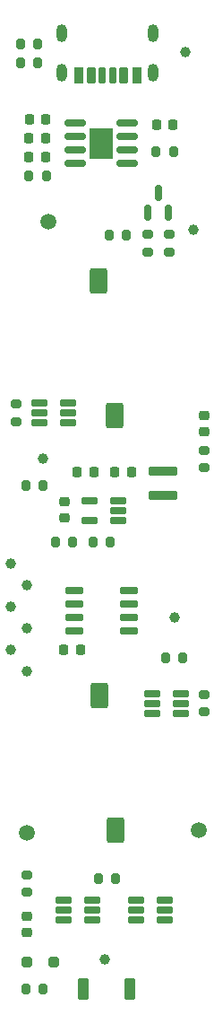
<source format=gbr>
%TF.GenerationSoftware,KiCad,Pcbnew,9.0.3*%
%TF.CreationDate,2025-09-25T22:47:40-04:00*%
%TF.ProjectId,Photon,50686f74-6f6e-42e6-9b69-6361645f7063,1.3*%
%TF.SameCoordinates,Original*%
%TF.FileFunction,Soldermask,Top*%
%TF.FilePolarity,Negative*%
%FSLAX46Y46*%
G04 Gerber Fmt 4.6, Leading zero omitted, Abs format (unit mm)*
G04 Created by KiCad (PCBNEW 9.0.3) date 2025-09-25 22:47:40*
%MOMM*%
%LPD*%
G01*
G04 APERTURE LIST*
G04 Aperture macros list*
%AMRoundRect*
0 Rectangle with rounded corners*
0 $1 Rounding radius*
0 $2 $3 $4 $5 $6 $7 $8 $9 X,Y pos of 4 corners*
0 Add a 4 corners polygon primitive as box body*
4,1,4,$2,$3,$4,$5,$6,$7,$8,$9,$2,$3,0*
0 Add four circle primitives for the rounded corners*
1,1,$1+$1,$2,$3*
1,1,$1+$1,$4,$5*
1,1,$1+$1,$6,$7*
1,1,$1+$1,$8,$9*
0 Add four rect primitives between the rounded corners*
20,1,$1+$1,$2,$3,$4,$5,0*
20,1,$1+$1,$4,$5,$6,$7,0*
20,1,$1+$1,$6,$7,$8,$9,0*
20,1,$1+$1,$8,$9,$2,$3,0*%
G04 Aperture macros list end*
%ADD10C,1.500000*%
%ADD11RoundRect,0.200000X-0.275000X0.200000X-0.275000X-0.200000X0.275000X-0.200000X0.275000X0.200000X0*%
%ADD12RoundRect,0.150000X0.725000X0.150000X-0.725000X0.150000X-0.725000X-0.150000X0.725000X-0.150000X0*%
%ADD13RoundRect,0.200000X0.275000X-0.200000X0.275000X0.200000X-0.275000X0.200000X-0.275000X-0.200000X0*%
%ADD14RoundRect,0.225000X0.225000X0.250000X-0.225000X0.250000X-0.225000X-0.250000X0.225000X-0.250000X0*%
%ADD15C,1.000000*%
%ADD16RoundRect,0.175000X0.175000X0.625000X-0.175000X0.625000X-0.175000X-0.625000X0.175000X-0.625000X0*%
%ADD17RoundRect,0.200000X0.200000X0.600000X-0.200000X0.600000X-0.200000X-0.600000X0.200000X-0.600000X0*%
%ADD18RoundRect,0.225000X0.225000X0.575000X-0.225000X0.575000X-0.225000X-0.575000X0.225000X-0.575000X0*%
%ADD19O,1.000000X1.700000*%
%ADD20RoundRect,0.162500X0.617500X0.162500X-0.617500X0.162500X-0.617500X-0.162500X0.617500X-0.162500X0*%
%ADD21RoundRect,0.225000X0.250000X-0.225000X0.250000X0.225000X-0.250000X0.225000X-0.250000X-0.225000X0*%
%ADD22RoundRect,0.200000X-0.200000X-0.275000X0.200000X-0.275000X0.200000X0.275000X-0.200000X0.275000X0*%
%ADD23RoundRect,0.250000X-0.250000X-0.250000X0.250000X-0.250000X0.250000X0.250000X-0.250000X0.250000X0*%
%ADD24RoundRect,0.225000X-0.225000X-0.250000X0.225000X-0.250000X0.225000X0.250000X-0.225000X0.250000X0*%
%ADD25RoundRect,0.200000X0.200000X0.275000X-0.200000X0.275000X-0.200000X-0.275000X0.200000X-0.275000X0*%
%ADD26RoundRect,0.105000X-0.420000X-0.895000X0.420000X-0.895000X0.420000X0.895000X-0.420000X0.895000X0*%
%ADD27RoundRect,0.218750X0.218750X0.256250X-0.218750X0.256250X-0.218750X-0.256250X0.218750X-0.256250X0*%
%ADD28RoundRect,0.162500X-0.617500X-0.162500X0.617500X-0.162500X0.617500X0.162500X-0.617500X0.162500X0*%
%ADD29RoundRect,0.218750X-0.256250X0.218750X-0.256250X-0.218750X0.256250X-0.218750X0.256250X0.218750X0*%
%ADD30RoundRect,0.120000X1.230000X-0.280000X1.230000X0.280000X-1.230000X0.280000X-1.230000X-0.280000X0*%
%ADD31RoundRect,0.255000X-0.595000X0.945000X-0.595000X-0.945000X0.595000X-0.945000X0.595000X0.945000X0*%
%ADD32RoundRect,0.150000X0.825000X0.150000X-0.825000X0.150000X-0.825000X-0.150000X0.825000X-0.150000X0*%
%ADD33R,2.290000X3.000000*%
%ADD34RoundRect,0.255000X0.595000X-0.945000X0.595000X0.945000X-0.595000X0.945000X-0.595000X-0.945000X0*%
%ADD35RoundRect,0.150000X0.150000X-0.587500X0.150000X0.587500X-0.150000X0.587500X-0.150000X-0.587500X0*%
G04 APERTURE END LIST*
D10*
%TO.C,FID3*%
X61468000Y-97282000D03*
%TD*%
%TO.C,FID2*%
X45212000Y-97536000D03*
%TD*%
%TO.C,FID1*%
X47244000Y-39878000D03*
%TD*%
D11*
%TO.C,R16*%
X61976000Y-86144430D03*
X61976000Y-84494430D03*
%TD*%
D12*
%TO.C,U1*%
X54899000Y-78486000D03*
X54899000Y-77216000D03*
X54899000Y-75946000D03*
X54899000Y-74676000D03*
X49749000Y-74676000D03*
X49749000Y-75946000D03*
X49749000Y-77216000D03*
X49749000Y-78486000D03*
%TD*%
D13*
%TO.C,R6*%
X58674000Y-42735000D03*
X58674000Y-41085000D03*
%TD*%
D14*
%TO.C,C2*%
X51575000Y-63500000D03*
X50025000Y-63500000D03*
%TD*%
D15*
%TO.C,TP7*%
X52578000Y-109474000D03*
%TD*%
%TO.C,TP2*%
X45212000Y-74168000D03*
%TD*%
%TO.C,TP8*%
X60960000Y-40640000D03*
%TD*%
D16*
%TO.C,J1*%
X53378800Y-26040000D03*
D17*
X51358800Y-26040000D03*
D18*
X50128800Y-26040000D03*
D16*
X52378800Y-26040000D03*
D17*
X54398800Y-26040000D03*
D18*
X55628800Y-26040000D03*
D19*
X57198800Y-25860000D03*
X57198800Y-22060000D03*
X48558800Y-25860000D03*
X48558800Y-22060000D03*
%TD*%
D15*
%TO.C,TP6*%
X60198000Y-23876000D03*
%TD*%
D20*
%TO.C,U6*%
X58246000Y-105786000D03*
X58246000Y-104836000D03*
X58246000Y-103886000D03*
X55546000Y-103886000D03*
X55546000Y-104836000D03*
X55546000Y-105786000D03*
%TD*%
D21*
%TO.C,C4*%
X48768000Y-67831000D03*
X48768000Y-66281000D03*
%TD*%
D20*
%TO.C,U5*%
X51388000Y-105786000D03*
X51388000Y-104836000D03*
X51388000Y-103886000D03*
X48688000Y-103886000D03*
X48688000Y-104836000D03*
X48688000Y-105786000D03*
%TD*%
D22*
%TO.C,R9*%
X51499000Y-70104000D03*
X53149000Y-70104000D03*
%TD*%
D23*
%TO.C,D4*%
X45252000Y-109728000D03*
X47752000Y-109728000D03*
%TD*%
D24*
%TO.C,C5*%
X53581000Y-63500000D03*
X55131000Y-63500000D03*
%TD*%
D15*
%TO.C,TP11*%
X59182000Y-77216000D03*
%TD*%
D22*
%TO.C,R4*%
X53023000Y-41148000D03*
X54673000Y-41148000D03*
%TD*%
D15*
%TO.C,TP4*%
X43688000Y-76200000D03*
%TD*%
%TO.C,TP1*%
X45212000Y-82296000D03*
%TD*%
D14*
%TO.C,C1*%
X50305000Y-80264000D03*
X48755000Y-80264000D03*
%TD*%
D20*
%TO.C,U4*%
X49102000Y-58862000D03*
X49102000Y-57912000D03*
X49102000Y-56962000D03*
X46402000Y-56962000D03*
X46402000Y-57912000D03*
X46402000Y-58862000D03*
%TD*%
D15*
%TO.C,TP5*%
X45212000Y-78232000D03*
%TD*%
D25*
%TO.C,R2*%
X46291000Y-24892000D03*
X44641000Y-24892000D03*
%TD*%
%TO.C,R1*%
X46291000Y-23114000D03*
X44641000Y-23114000D03*
%TD*%
D26*
%TO.C,SW1*%
X50546000Y-112268000D03*
X54991000Y-112268000D03*
%TD*%
D27*
%TO.C,D2*%
X47015500Y-33782000D03*
X45440500Y-33782000D03*
%TD*%
D22*
%TO.C,R10*%
X57471000Y-33250000D03*
X59121000Y-33250000D03*
%TD*%
D25*
%TO.C,R7*%
X47073000Y-35540000D03*
X45423000Y-35540000D03*
%TD*%
%TO.C,R12*%
X46799000Y-64770000D03*
X45149000Y-64770000D03*
%TD*%
D28*
%TO.C,U7*%
X57070000Y-84394000D03*
X57070000Y-85344000D03*
X57070000Y-86294000D03*
X59770000Y-86294000D03*
X59770000Y-85344000D03*
X59770000Y-84394000D03*
%TD*%
D11*
%TO.C,R14*%
X45212000Y-101474000D03*
X45212000Y-103124000D03*
%TD*%
D22*
%TO.C,R3*%
X45149000Y-112268000D03*
X46799000Y-112268000D03*
%TD*%
D29*
%TO.C,D3*%
X61976000Y-58140500D03*
X61976000Y-59715500D03*
%TD*%
D15*
%TO.C,TP9*%
X43688000Y-80264000D03*
%TD*%
%TO.C,TP3*%
X43688000Y-72136000D03*
%TD*%
D11*
%TO.C,R5*%
X56642000Y-41085000D03*
X56642000Y-42735000D03*
%TD*%
D30*
%TO.C,L1*%
X58115200Y-65709800D03*
X58115200Y-63398400D03*
%TD*%
D13*
%TO.C,R11*%
X61976000Y-63118000D03*
X61976000Y-61468000D03*
%TD*%
D31*
%TO.C,D5*%
X53569757Y-58203500D03*
X52045757Y-45503500D03*
%TD*%
D21*
%TO.C,C7*%
X45212000Y-106947000D03*
X45212000Y-105397000D03*
%TD*%
D22*
%TO.C,R8*%
X47943000Y-70104000D03*
X49593000Y-70104000D03*
%TD*%
D25*
%TO.C,R17*%
X53657000Y-101854000D03*
X52007000Y-101854000D03*
%TD*%
D15*
%TO.C,TP10*%
X46736000Y-62230000D03*
%TD*%
D20*
%TO.C,U2*%
X53848000Y-68072000D03*
X53848000Y-67122000D03*
X53848000Y-66172000D03*
X51148000Y-66172000D03*
X51148000Y-68072000D03*
%TD*%
D13*
%TO.C,R13*%
X44196000Y-58737000D03*
X44196000Y-57087000D03*
%TD*%
D22*
%TO.C,R15*%
X58357000Y-81026000D03*
X60007000Y-81026000D03*
%TD*%
D27*
%TO.C,D1*%
X47015500Y-31984000D03*
X45440500Y-31984000D03*
%TD*%
D32*
%TO.C,U3*%
X54737000Y-34405000D03*
X54737000Y-33135000D03*
X54737000Y-31865000D03*
X54737000Y-30595000D03*
X49787000Y-30595000D03*
X49787000Y-31865000D03*
X49787000Y-33135000D03*
X49787000Y-34405000D03*
D33*
X52262000Y-32500000D03*
%TD*%
D34*
%TO.C,D6*%
X52070000Y-84582000D03*
X53594000Y-97282000D03*
%TD*%
D24*
%TO.C,C6*%
X45473000Y-30230000D03*
X47023000Y-30230000D03*
%TD*%
D35*
%TO.C,Q1*%
X56708000Y-39037500D03*
X58608000Y-39037500D03*
X57658000Y-37162500D03*
%TD*%
D14*
%TO.C,C3*%
X59071000Y-30710000D03*
X57521000Y-30710000D03*
%TD*%
M02*

</source>
